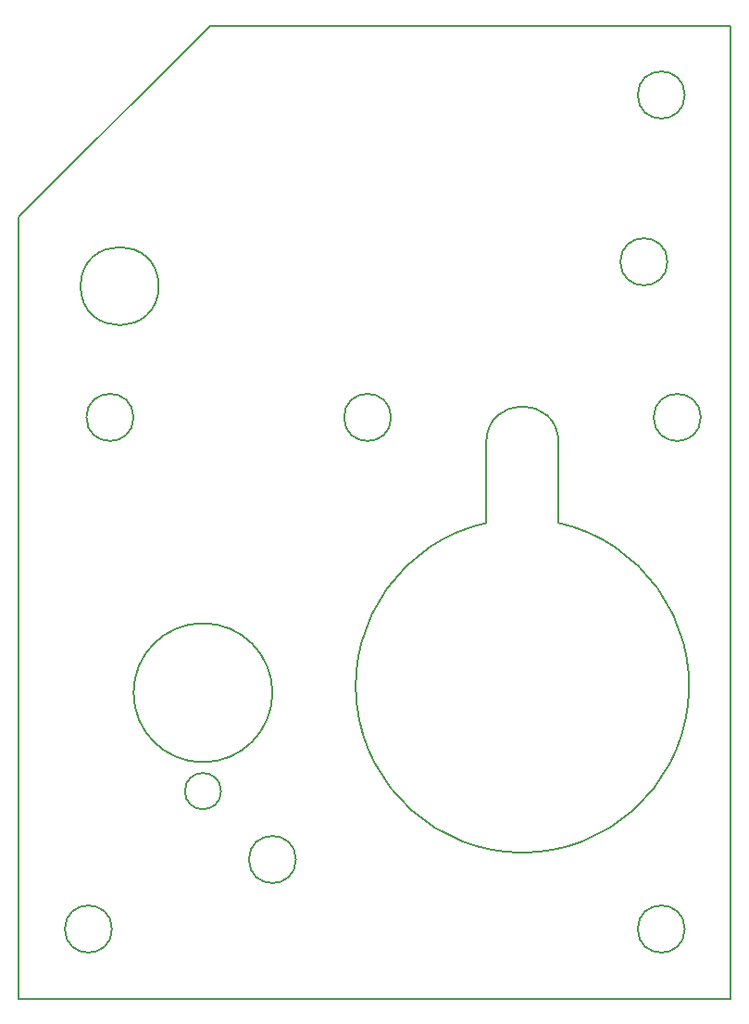
<source format=gbr>
%TF.GenerationSoftware,KiCad,Pcbnew,(6.0.9)*%
%TF.CreationDate,2022-12-27T01:45:07-09:00*%
%TF.ProjectId,PCB_ LANDING GEAR PANEL,5043422c-204c-4414-9e44-494e47204745,rev?*%
%TF.SameCoordinates,Original*%
%TF.FileFunction,Profile,NP*%
%FSLAX46Y46*%
G04 Gerber Fmt 4.6, Leading zero omitted, Abs format (unit mm)*
G04 Created by KiCad (PCBNEW (6.0.9)) date 2022-12-27 01:45:07*
%MOMM*%
%LPD*%
G01*
G04 APERTURE LIST*
%TA.AperFunction,Profile*%
%ADD10C,0.200000*%
%TD*%
G04 APERTURE END LIST*
D10*
X123259850Y-121031000D02*
G75*
G03*
X123259850Y-121031000I-2152650J0D01*
G01*
X80848199Y-108432600D02*
G75*
G03*
X80848199Y-108432600I-1650999J0D01*
G01*
X123259849Y-44831000D02*
G75*
G03*
X123259849Y-44831000I-2152649J0D01*
G01*
X96399349Y-74289123D02*
G75*
G03*
X96399349Y-74289123I-2152649J0D01*
G01*
X105105199Y-83928017D02*
G75*
G03*
X111702278Y-83926482I3302001J-14877983D01*
G01*
X127457200Y-38481000D02*
X79832200Y-38481000D01*
X111709199Y-76581000D02*
G75*
G03*
X105105201Y-76581000I-3301999J0D01*
G01*
X85547199Y-99441000D02*
G75*
G03*
X85547199Y-99441000I-6349999J0D01*
G01*
X121672350Y-60071000D02*
G75*
G03*
X121672350Y-60071000I-2152650J0D01*
G01*
X87699849Y-114681000D02*
G75*
G03*
X87699849Y-114681000I-2152649J0D01*
G01*
X70872349Y-121031000D02*
G75*
G03*
X70872349Y-121031000I-2152649J0D01*
G01*
X105105200Y-76581000D02*
X105105200Y-83928017D01*
X124720350Y-74289123D02*
G75*
G03*
X124720350Y-74289123I-2152650J0D01*
G01*
X75148439Y-62293500D02*
G75*
G03*
X75148439Y-62293500I-3571239J0D01*
G01*
X62369700Y-55943500D02*
X62369700Y-127381000D01*
X62369700Y-127381000D02*
X127457200Y-127381000D01*
X111702278Y-83926482D02*
X111709200Y-76581000D01*
X79832200Y-38481000D02*
X62369700Y-55943500D01*
X72843350Y-74289123D02*
G75*
G03*
X72843350Y-74289123I-2152650J0D01*
G01*
X127457200Y-127381000D02*
X127457200Y-38481000D01*
M02*

</source>
